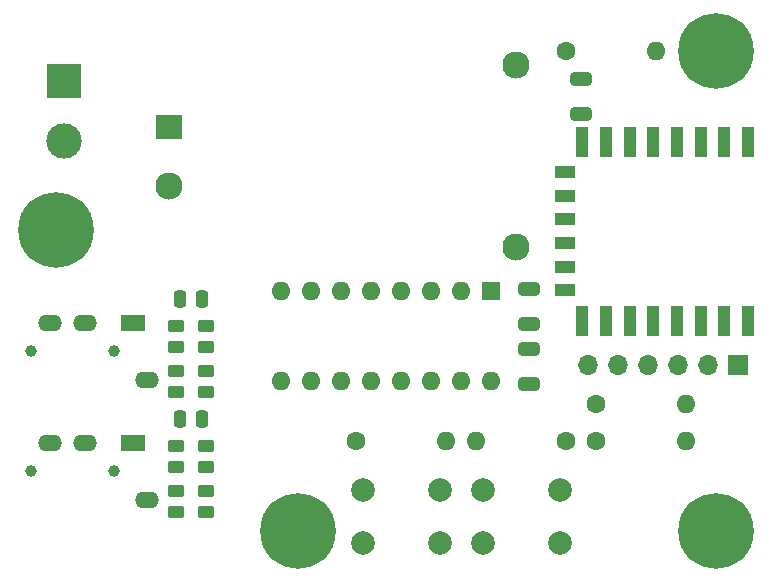
<source format=gbr>
%TF.GenerationSoftware,KiCad,Pcbnew,(6.0.10-0)*%
%TF.CreationDate,2023-01-20T21:59:02-08:00*%
%TF.ProjectId,mains-monitor,6d61696e-732d-46d6-9f6e-69746f722e6b,rev?*%
%TF.SameCoordinates,Original*%
%TF.FileFunction,Soldermask,Top*%
%TF.FilePolarity,Negative*%
%FSLAX46Y46*%
G04 Gerber Fmt 4.6, Leading zero omitted, Abs format (unit mm)*
G04 Created by KiCad (PCBNEW (6.0.10-0)) date 2023-01-20 21:59:02*
%MOMM*%
%LPD*%
G01*
G04 APERTURE LIST*
G04 Aperture macros list*
%AMRoundRect*
0 Rectangle with rounded corners*
0 $1 Rounding radius*
0 $2 $3 $4 $5 $6 $7 $8 $9 X,Y pos of 4 corners*
0 Add a 4 corners polygon primitive as box body*
4,1,4,$2,$3,$4,$5,$6,$7,$8,$9,$2,$3,0*
0 Add four circle primitives for the rounded corners*
1,1,$1+$1,$2,$3*
1,1,$1+$1,$4,$5*
1,1,$1+$1,$6,$7*
1,1,$1+$1,$8,$9*
0 Add four rect primitives between the rounded corners*
20,1,$1+$1,$2,$3,$4,$5,0*
20,1,$1+$1,$4,$5,$6,$7,0*
20,1,$1+$1,$6,$7,$8,$9,0*
20,1,$1+$1,$8,$9,$2,$3,0*%
G04 Aperture macros list end*
%ADD10RoundRect,0.250000X0.650000X-0.325000X0.650000X0.325000X-0.650000X0.325000X-0.650000X-0.325000X0*%
%ADD11R,1.000000X2.500000*%
%ADD12R,1.800000X1.000000*%
%ADD13C,2.000000*%
%ADD14RoundRect,0.250000X-0.450000X0.262500X-0.450000X-0.262500X0.450000X-0.262500X0.450000X0.262500X0*%
%ADD15C,0.800000*%
%ADD16C,6.400000*%
%ADD17C,1.600000*%
%ADD18O,1.600000X1.600000*%
%ADD19RoundRect,0.250000X0.450000X-0.262500X0.450000X0.262500X-0.450000X0.262500X-0.450000X-0.262500X0*%
%ADD20RoundRect,0.250000X-0.650000X0.325000X-0.650000X-0.325000X0.650000X-0.325000X0.650000X0.325000X0*%
%ADD21R,1.700000X1.700000*%
%ADD22O,1.700000X1.700000*%
%ADD23C,1.000000*%
%ADD24O,2.000000X1.400000*%
%ADD25R,2.000000X1.400000*%
%ADD26R,3.000000X3.000000*%
%ADD27C,3.000000*%
%ADD28R,1.600000X1.600000*%
%ADD29RoundRect,0.250000X-0.250000X-0.475000X0.250000X-0.475000X0.250000X0.475000X-0.250000X0.475000X0*%
%ADD30R,2.300000X2.000000*%
%ADD31C,2.300000*%
G04 APERTURE END LIST*
D10*
%TO.C,C2*%
X64135000Y-57355000D03*
X64135000Y-54405000D03*
%TD*%
D11*
%TO.C,U2*%
X82690000Y-36850000D03*
X80690000Y-36850000D03*
X78690000Y-36850000D03*
X76690000Y-36850000D03*
X74690000Y-36850000D03*
X72690000Y-36850000D03*
X70690000Y-36850000D03*
X68690000Y-36850000D03*
D12*
X67190000Y-39450000D03*
X67190000Y-41450000D03*
X67190000Y-43450000D03*
X67190000Y-45450000D03*
X67190000Y-47450000D03*
X67190000Y-49450000D03*
D11*
X68690000Y-52050000D03*
X70690000Y-52050000D03*
X72690000Y-52050000D03*
X74690000Y-52050000D03*
X76690000Y-52050000D03*
X78690000Y-52050000D03*
X80690000Y-52050000D03*
X82690000Y-52050000D03*
%TD*%
D13*
%TO.C,SW1*%
X50090000Y-66330000D03*
X56590000Y-66330000D03*
X56590000Y-70830000D03*
X50090000Y-70830000D03*
%TD*%
D14*
%TO.C,R5*%
X36830000Y-62595000D03*
X36830000Y-64420000D03*
%TD*%
%TO.C,R7*%
X36830000Y-52435000D03*
X36830000Y-54260000D03*
%TD*%
D15*
%TO.C,H3*%
X78312944Y-71547056D03*
X80010000Y-72250000D03*
X80010000Y-67450000D03*
X81707056Y-68152944D03*
D16*
X80010000Y-69850000D03*
D15*
X77610000Y-69850000D03*
X78312944Y-68152944D03*
X81707056Y-71547056D03*
X82410000Y-69850000D03*
%TD*%
D17*
%TO.C,R11*%
X67310000Y-29210000D03*
D18*
X74930000Y-29210000D03*
%TD*%
D15*
%TO.C,H1*%
X22432944Y-42612944D03*
X25827056Y-42612944D03*
X21730000Y-44310000D03*
X26530000Y-44310000D03*
X25827056Y-46007056D03*
X22432944Y-46007056D03*
X24130000Y-41910000D03*
X24130000Y-46710000D03*
D16*
X24130000Y-44310000D03*
%TD*%
D19*
%TO.C,R4*%
X34290000Y-54252500D03*
X34290000Y-52427500D03*
%TD*%
D20*
%TO.C,C1*%
X64135000Y-49325000D03*
X64135000Y-52275000D03*
%TD*%
D14*
%TO.C,R8*%
X36830000Y-56245000D03*
X36830000Y-58070000D03*
%TD*%
D19*
%TO.C,R2*%
X34290000Y-64412500D03*
X34290000Y-62587500D03*
%TD*%
D21*
%TO.C,J5*%
X81890000Y-55805000D03*
D22*
X79350000Y-55805000D03*
X76810000Y-55805000D03*
X74270000Y-55805000D03*
X71730000Y-55805000D03*
X69190000Y-55805000D03*
%TD*%
D17*
%TO.C,R13*%
X69850000Y-59055000D03*
D18*
X77470000Y-59055000D03*
%TD*%
D23*
%TO.C,J3*%
X29000000Y-64770000D03*
X22000000Y-64770000D03*
D24*
X26600000Y-62370000D03*
X31800000Y-67170000D03*
X23600000Y-62370000D03*
D25*
X30600000Y-62370000D03*
%TD*%
D26*
%TO.C,J1*%
X24765000Y-31750000D03*
D27*
X24765000Y-36830000D03*
%TD*%
D17*
%TO.C,R9*%
X49530000Y-62230000D03*
D18*
X57150000Y-62230000D03*
%TD*%
D28*
%TO.C,U1*%
X60945000Y-49540000D03*
D18*
X58405000Y-49540000D03*
X55865000Y-49540000D03*
X53325000Y-49540000D03*
X50785000Y-49540000D03*
X48245000Y-49540000D03*
X45705000Y-49540000D03*
X43165000Y-49540000D03*
X43165000Y-57160000D03*
X45705000Y-57160000D03*
X48245000Y-57160000D03*
X50785000Y-57160000D03*
X53325000Y-57160000D03*
X55865000Y-57160000D03*
X58405000Y-57160000D03*
X60945000Y-57160000D03*
%TD*%
D29*
%TO.C,C4*%
X34610000Y-50165000D03*
X36510000Y-50165000D03*
%TD*%
D14*
%TO.C,R6*%
X36830000Y-66405000D03*
X36830000Y-68230000D03*
%TD*%
D23*
%TO.C,J4*%
X29000000Y-54610000D03*
X22000000Y-54610000D03*
D24*
X26600000Y-52210000D03*
X23600000Y-52210000D03*
X31800000Y-57010000D03*
D25*
X30600000Y-52210000D03*
%TD*%
D29*
%TO.C,C3*%
X34610000Y-60325000D03*
X36510000Y-60325000D03*
%TD*%
D17*
%TO.C,R10*%
X67310000Y-62230000D03*
D18*
X59690000Y-62230000D03*
%TD*%
D17*
%TO.C,R12*%
X69850000Y-62230000D03*
D18*
X77470000Y-62230000D03*
%TD*%
D19*
%TO.C,R1*%
X34290000Y-68222500D03*
X34290000Y-66397500D03*
%TD*%
D20*
%TO.C,C5*%
X68580000Y-31545000D03*
X68580000Y-34495000D03*
%TD*%
D19*
%TO.C,R3*%
X34290000Y-58062500D03*
X34290000Y-56237500D03*
%TD*%
D13*
%TO.C,SW2*%
X66750000Y-66330000D03*
X60250000Y-66330000D03*
X66750000Y-70830000D03*
X60250000Y-70830000D03*
%TD*%
D15*
%TO.C,H2*%
X42892944Y-68152944D03*
X44590000Y-67450000D03*
X44590000Y-72250000D03*
X46287056Y-71547056D03*
X46287056Y-68152944D03*
X42892944Y-71547056D03*
D16*
X44590000Y-69850000D03*
D15*
X42190000Y-69850000D03*
X46990000Y-69850000D03*
%TD*%
D30*
%TO.C,PS1*%
X33697500Y-35600000D03*
D31*
X33697500Y-40600000D03*
X63097500Y-30400000D03*
X63097500Y-45800000D03*
%TD*%
D15*
%TO.C,H4*%
X78312944Y-30907056D03*
X78312944Y-27512944D03*
X80010000Y-31610000D03*
D16*
X80010000Y-29210000D03*
D15*
X81707056Y-30907056D03*
X81707056Y-27512944D03*
X80010000Y-26810000D03*
X82410000Y-29210000D03*
X77610000Y-29210000D03*
%TD*%
M02*

</source>
